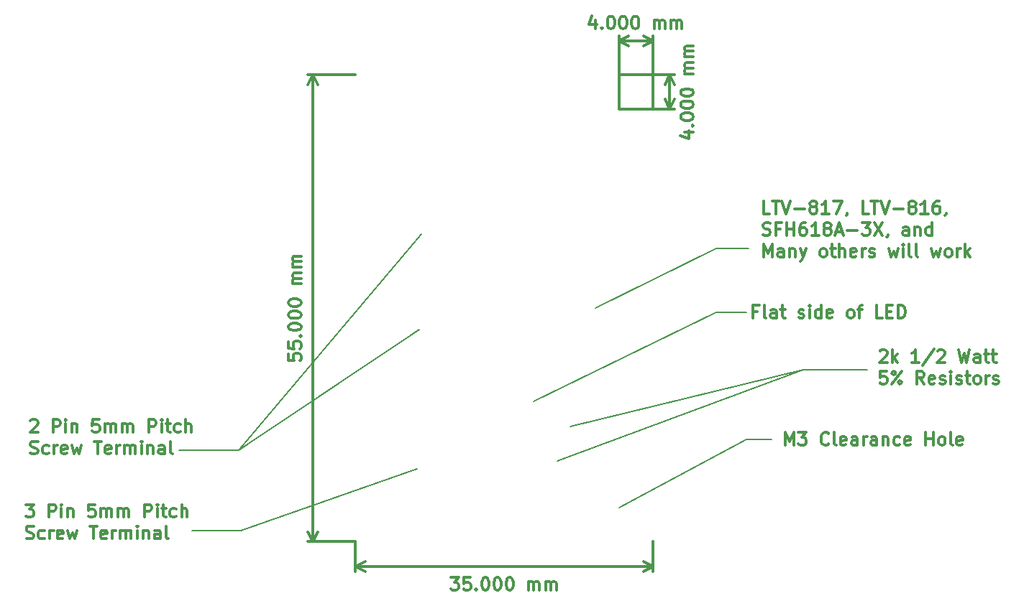
<source format=gbr>
G04 #@! TF.GenerationSoftware,KiCad,Pcbnew,(5.0.1)-3*
G04 #@! TF.CreationDate,2019-02-16T21:55:47-05:00*
G04 #@! TF.ProjectId,Zprobe Adaptor,5A70726F62652041646170746F722E6B,rev?*
G04 #@! TF.SameCoordinates,Original*
G04 #@! TF.FileFunction,Drawing*
%FSLAX46Y46*%
G04 Gerber Fmt 4.6, Leading zero omitted, Abs format (unit mm)*
G04 Created by KiCad (PCBNEW (5.0.1)-3) date 2/16/2019 9:55:47 PM*
%MOMM*%
%LPD*%
G01*
G04 APERTURE LIST*
%ADD10C,0.300000*%
%ADD11C,0.200000*%
G04 APERTURE END LIST*
D10*
X50159285Y-105653571D02*
X51087857Y-105653571D01*
X50587857Y-106225000D01*
X50802142Y-106225000D01*
X50945000Y-106296428D01*
X51016428Y-106367857D01*
X51087857Y-106510714D01*
X51087857Y-106867857D01*
X51016428Y-107010714D01*
X50945000Y-107082142D01*
X50802142Y-107153571D01*
X50373571Y-107153571D01*
X50230714Y-107082142D01*
X50159285Y-107010714D01*
X52873571Y-107153571D02*
X52873571Y-105653571D01*
X53445000Y-105653571D01*
X53587857Y-105725000D01*
X53659285Y-105796428D01*
X53730714Y-105939285D01*
X53730714Y-106153571D01*
X53659285Y-106296428D01*
X53587857Y-106367857D01*
X53445000Y-106439285D01*
X52873571Y-106439285D01*
X54373571Y-107153571D02*
X54373571Y-106153571D01*
X54373571Y-105653571D02*
X54302142Y-105725000D01*
X54373571Y-105796428D01*
X54445000Y-105725000D01*
X54373571Y-105653571D01*
X54373571Y-105796428D01*
X55087857Y-106153571D02*
X55087857Y-107153571D01*
X55087857Y-106296428D02*
X55159285Y-106225000D01*
X55302142Y-106153571D01*
X55516428Y-106153571D01*
X55659285Y-106225000D01*
X55730714Y-106367857D01*
X55730714Y-107153571D01*
X58302142Y-105653571D02*
X57587857Y-105653571D01*
X57516428Y-106367857D01*
X57587857Y-106296428D01*
X57730714Y-106225000D01*
X58087857Y-106225000D01*
X58230714Y-106296428D01*
X58302142Y-106367857D01*
X58373571Y-106510714D01*
X58373571Y-106867857D01*
X58302142Y-107010714D01*
X58230714Y-107082142D01*
X58087857Y-107153571D01*
X57730714Y-107153571D01*
X57587857Y-107082142D01*
X57516428Y-107010714D01*
X59016428Y-107153571D02*
X59016428Y-106153571D01*
X59016428Y-106296428D02*
X59087857Y-106225000D01*
X59230714Y-106153571D01*
X59445000Y-106153571D01*
X59587857Y-106225000D01*
X59659285Y-106367857D01*
X59659285Y-107153571D01*
X59659285Y-106367857D02*
X59730714Y-106225000D01*
X59873571Y-106153571D01*
X60087857Y-106153571D01*
X60230714Y-106225000D01*
X60302142Y-106367857D01*
X60302142Y-107153571D01*
X61016428Y-107153571D02*
X61016428Y-106153571D01*
X61016428Y-106296428D02*
X61087857Y-106225000D01*
X61230714Y-106153571D01*
X61445000Y-106153571D01*
X61587857Y-106225000D01*
X61659285Y-106367857D01*
X61659285Y-107153571D01*
X61659285Y-106367857D02*
X61730714Y-106225000D01*
X61873571Y-106153571D01*
X62087857Y-106153571D01*
X62230714Y-106225000D01*
X62302142Y-106367857D01*
X62302142Y-107153571D01*
X64159285Y-107153571D02*
X64159285Y-105653571D01*
X64730714Y-105653571D01*
X64873571Y-105725000D01*
X64945000Y-105796428D01*
X65016428Y-105939285D01*
X65016428Y-106153571D01*
X64945000Y-106296428D01*
X64873571Y-106367857D01*
X64730714Y-106439285D01*
X64159285Y-106439285D01*
X65659285Y-107153571D02*
X65659285Y-106153571D01*
X65659285Y-105653571D02*
X65587857Y-105725000D01*
X65659285Y-105796428D01*
X65730714Y-105725000D01*
X65659285Y-105653571D01*
X65659285Y-105796428D01*
X66159285Y-106153571D02*
X66730714Y-106153571D01*
X66373571Y-105653571D02*
X66373571Y-106939285D01*
X66445000Y-107082142D01*
X66587857Y-107153571D01*
X66730714Y-107153571D01*
X67873571Y-107082142D02*
X67730714Y-107153571D01*
X67445000Y-107153571D01*
X67302142Y-107082142D01*
X67230714Y-107010714D01*
X67159285Y-106867857D01*
X67159285Y-106439285D01*
X67230714Y-106296428D01*
X67302142Y-106225000D01*
X67445000Y-106153571D01*
X67730714Y-106153571D01*
X67873571Y-106225000D01*
X68516428Y-107153571D02*
X68516428Y-105653571D01*
X69159285Y-107153571D02*
X69159285Y-106367857D01*
X69087857Y-106225000D01*
X68945000Y-106153571D01*
X68730714Y-106153571D01*
X68587857Y-106225000D01*
X68516428Y-106296428D01*
X50230714Y-109632142D02*
X50445000Y-109703571D01*
X50802142Y-109703571D01*
X50945000Y-109632142D01*
X51016428Y-109560714D01*
X51087857Y-109417857D01*
X51087857Y-109275000D01*
X51016428Y-109132142D01*
X50945000Y-109060714D01*
X50802142Y-108989285D01*
X50516428Y-108917857D01*
X50373571Y-108846428D01*
X50302142Y-108775000D01*
X50230714Y-108632142D01*
X50230714Y-108489285D01*
X50302142Y-108346428D01*
X50373571Y-108275000D01*
X50516428Y-108203571D01*
X50873571Y-108203571D01*
X51087857Y-108275000D01*
X52373571Y-109632142D02*
X52230714Y-109703571D01*
X51945000Y-109703571D01*
X51802142Y-109632142D01*
X51730714Y-109560714D01*
X51659285Y-109417857D01*
X51659285Y-108989285D01*
X51730714Y-108846428D01*
X51802142Y-108775000D01*
X51945000Y-108703571D01*
X52230714Y-108703571D01*
X52373571Y-108775000D01*
X53016428Y-109703571D02*
X53016428Y-108703571D01*
X53016428Y-108989285D02*
X53087857Y-108846428D01*
X53159285Y-108775000D01*
X53302142Y-108703571D01*
X53445000Y-108703571D01*
X54516428Y-109632142D02*
X54373571Y-109703571D01*
X54087857Y-109703571D01*
X53945000Y-109632142D01*
X53873571Y-109489285D01*
X53873571Y-108917857D01*
X53945000Y-108775000D01*
X54087857Y-108703571D01*
X54373571Y-108703571D01*
X54516428Y-108775000D01*
X54587857Y-108917857D01*
X54587857Y-109060714D01*
X53873571Y-109203571D01*
X55087857Y-108703571D02*
X55373571Y-109703571D01*
X55659285Y-108989285D01*
X55945000Y-109703571D01*
X56230714Y-108703571D01*
X57730714Y-108203571D02*
X58587857Y-108203571D01*
X58159285Y-109703571D02*
X58159285Y-108203571D01*
X59659285Y-109632142D02*
X59516428Y-109703571D01*
X59230714Y-109703571D01*
X59087857Y-109632142D01*
X59016428Y-109489285D01*
X59016428Y-108917857D01*
X59087857Y-108775000D01*
X59230714Y-108703571D01*
X59516428Y-108703571D01*
X59659285Y-108775000D01*
X59730714Y-108917857D01*
X59730714Y-109060714D01*
X59016428Y-109203571D01*
X60373571Y-109703571D02*
X60373571Y-108703571D01*
X60373571Y-108989285D02*
X60445000Y-108846428D01*
X60516428Y-108775000D01*
X60659285Y-108703571D01*
X60802142Y-108703571D01*
X61302142Y-109703571D02*
X61302142Y-108703571D01*
X61302142Y-108846428D02*
X61373571Y-108775000D01*
X61516428Y-108703571D01*
X61730714Y-108703571D01*
X61873571Y-108775000D01*
X61945000Y-108917857D01*
X61945000Y-109703571D01*
X61945000Y-108917857D02*
X62016428Y-108775000D01*
X62159285Y-108703571D01*
X62373571Y-108703571D01*
X62516428Y-108775000D01*
X62587857Y-108917857D01*
X62587857Y-109703571D01*
X63302142Y-109703571D02*
X63302142Y-108703571D01*
X63302142Y-108203571D02*
X63230714Y-108275000D01*
X63302142Y-108346428D01*
X63373571Y-108275000D01*
X63302142Y-108203571D01*
X63302142Y-108346428D01*
X64016428Y-108703571D02*
X64016428Y-109703571D01*
X64016428Y-108846428D02*
X64087857Y-108775000D01*
X64230714Y-108703571D01*
X64445000Y-108703571D01*
X64587857Y-108775000D01*
X64659285Y-108917857D01*
X64659285Y-109703571D01*
X66016428Y-109703571D02*
X66016428Y-108917857D01*
X65945000Y-108775000D01*
X65802142Y-108703571D01*
X65516428Y-108703571D01*
X65373571Y-108775000D01*
X66016428Y-109632142D02*
X65873571Y-109703571D01*
X65516428Y-109703571D01*
X65373571Y-109632142D01*
X65302142Y-109489285D01*
X65302142Y-109346428D01*
X65373571Y-109203571D01*
X65516428Y-109132142D01*
X65873571Y-109132142D01*
X66016428Y-109060714D01*
X66945000Y-109703571D02*
X66802142Y-109632142D01*
X66730714Y-109489285D01*
X66730714Y-108203571D01*
X50730714Y-95796428D02*
X50802142Y-95725000D01*
X50945000Y-95653571D01*
X51302142Y-95653571D01*
X51445000Y-95725000D01*
X51516428Y-95796428D01*
X51587857Y-95939285D01*
X51587857Y-96082142D01*
X51516428Y-96296428D01*
X50659285Y-97153571D01*
X51587857Y-97153571D01*
X53373571Y-97153571D02*
X53373571Y-95653571D01*
X53945000Y-95653571D01*
X54087857Y-95725000D01*
X54159285Y-95796428D01*
X54230714Y-95939285D01*
X54230714Y-96153571D01*
X54159285Y-96296428D01*
X54087857Y-96367857D01*
X53945000Y-96439285D01*
X53373571Y-96439285D01*
X54873571Y-97153571D02*
X54873571Y-96153571D01*
X54873571Y-95653571D02*
X54802142Y-95725000D01*
X54873571Y-95796428D01*
X54945000Y-95725000D01*
X54873571Y-95653571D01*
X54873571Y-95796428D01*
X55587857Y-96153571D02*
X55587857Y-97153571D01*
X55587857Y-96296428D02*
X55659285Y-96225000D01*
X55802142Y-96153571D01*
X56016428Y-96153571D01*
X56159285Y-96225000D01*
X56230714Y-96367857D01*
X56230714Y-97153571D01*
X58802142Y-95653571D02*
X58087857Y-95653571D01*
X58016428Y-96367857D01*
X58087857Y-96296428D01*
X58230714Y-96225000D01*
X58587857Y-96225000D01*
X58730714Y-96296428D01*
X58802142Y-96367857D01*
X58873571Y-96510714D01*
X58873571Y-96867857D01*
X58802142Y-97010714D01*
X58730714Y-97082142D01*
X58587857Y-97153571D01*
X58230714Y-97153571D01*
X58087857Y-97082142D01*
X58016428Y-97010714D01*
X59516428Y-97153571D02*
X59516428Y-96153571D01*
X59516428Y-96296428D02*
X59587857Y-96225000D01*
X59730714Y-96153571D01*
X59945000Y-96153571D01*
X60087857Y-96225000D01*
X60159285Y-96367857D01*
X60159285Y-97153571D01*
X60159285Y-96367857D02*
X60230714Y-96225000D01*
X60373571Y-96153571D01*
X60587857Y-96153571D01*
X60730714Y-96225000D01*
X60802142Y-96367857D01*
X60802142Y-97153571D01*
X61516428Y-97153571D02*
X61516428Y-96153571D01*
X61516428Y-96296428D02*
X61587857Y-96225000D01*
X61730714Y-96153571D01*
X61945000Y-96153571D01*
X62087857Y-96225000D01*
X62159285Y-96367857D01*
X62159285Y-97153571D01*
X62159285Y-96367857D02*
X62230714Y-96225000D01*
X62373571Y-96153571D01*
X62587857Y-96153571D01*
X62730714Y-96225000D01*
X62802142Y-96367857D01*
X62802142Y-97153571D01*
X64659285Y-97153571D02*
X64659285Y-95653571D01*
X65230714Y-95653571D01*
X65373571Y-95725000D01*
X65445000Y-95796428D01*
X65516428Y-95939285D01*
X65516428Y-96153571D01*
X65445000Y-96296428D01*
X65373571Y-96367857D01*
X65230714Y-96439285D01*
X64659285Y-96439285D01*
X66159285Y-97153571D02*
X66159285Y-96153571D01*
X66159285Y-95653571D02*
X66087857Y-95725000D01*
X66159285Y-95796428D01*
X66230714Y-95725000D01*
X66159285Y-95653571D01*
X66159285Y-95796428D01*
X66659285Y-96153571D02*
X67230714Y-96153571D01*
X66873571Y-95653571D02*
X66873571Y-96939285D01*
X66945000Y-97082142D01*
X67087857Y-97153571D01*
X67230714Y-97153571D01*
X68373571Y-97082142D02*
X68230714Y-97153571D01*
X67945000Y-97153571D01*
X67802142Y-97082142D01*
X67730714Y-97010714D01*
X67659285Y-96867857D01*
X67659285Y-96439285D01*
X67730714Y-96296428D01*
X67802142Y-96225000D01*
X67945000Y-96153571D01*
X68230714Y-96153571D01*
X68373571Y-96225000D01*
X69016428Y-97153571D02*
X69016428Y-95653571D01*
X69659285Y-97153571D02*
X69659285Y-96367857D01*
X69587857Y-96225000D01*
X69445000Y-96153571D01*
X69230714Y-96153571D01*
X69087857Y-96225000D01*
X69016428Y-96296428D01*
X50730714Y-99632142D02*
X50945000Y-99703571D01*
X51302142Y-99703571D01*
X51445000Y-99632142D01*
X51516428Y-99560714D01*
X51587857Y-99417857D01*
X51587857Y-99275000D01*
X51516428Y-99132142D01*
X51445000Y-99060714D01*
X51302142Y-98989285D01*
X51016428Y-98917857D01*
X50873571Y-98846428D01*
X50802142Y-98775000D01*
X50730714Y-98632142D01*
X50730714Y-98489285D01*
X50802142Y-98346428D01*
X50873571Y-98275000D01*
X51016428Y-98203571D01*
X51373571Y-98203571D01*
X51587857Y-98275000D01*
X52873571Y-99632142D02*
X52730714Y-99703571D01*
X52445000Y-99703571D01*
X52302142Y-99632142D01*
X52230714Y-99560714D01*
X52159285Y-99417857D01*
X52159285Y-98989285D01*
X52230714Y-98846428D01*
X52302142Y-98775000D01*
X52445000Y-98703571D01*
X52730714Y-98703571D01*
X52873571Y-98775000D01*
X53516428Y-99703571D02*
X53516428Y-98703571D01*
X53516428Y-98989285D02*
X53587857Y-98846428D01*
X53659285Y-98775000D01*
X53802142Y-98703571D01*
X53945000Y-98703571D01*
X55016428Y-99632142D02*
X54873571Y-99703571D01*
X54587857Y-99703571D01*
X54445000Y-99632142D01*
X54373571Y-99489285D01*
X54373571Y-98917857D01*
X54445000Y-98775000D01*
X54587857Y-98703571D01*
X54873571Y-98703571D01*
X55016428Y-98775000D01*
X55087857Y-98917857D01*
X55087857Y-99060714D01*
X54373571Y-99203571D01*
X55587857Y-98703571D02*
X55873571Y-99703571D01*
X56159285Y-98989285D01*
X56445000Y-99703571D01*
X56730714Y-98703571D01*
X58230714Y-98203571D02*
X59087857Y-98203571D01*
X58659285Y-99703571D02*
X58659285Y-98203571D01*
X60159285Y-99632142D02*
X60016428Y-99703571D01*
X59730714Y-99703571D01*
X59587857Y-99632142D01*
X59516428Y-99489285D01*
X59516428Y-98917857D01*
X59587857Y-98775000D01*
X59730714Y-98703571D01*
X60016428Y-98703571D01*
X60159285Y-98775000D01*
X60230714Y-98917857D01*
X60230714Y-99060714D01*
X59516428Y-99203571D01*
X60873571Y-99703571D02*
X60873571Y-98703571D01*
X60873571Y-98989285D02*
X60945000Y-98846428D01*
X61016428Y-98775000D01*
X61159285Y-98703571D01*
X61302142Y-98703571D01*
X61802142Y-99703571D02*
X61802142Y-98703571D01*
X61802142Y-98846428D02*
X61873571Y-98775000D01*
X62016428Y-98703571D01*
X62230714Y-98703571D01*
X62373571Y-98775000D01*
X62445000Y-98917857D01*
X62445000Y-99703571D01*
X62445000Y-98917857D02*
X62516428Y-98775000D01*
X62659285Y-98703571D01*
X62873571Y-98703571D01*
X63016428Y-98775000D01*
X63087857Y-98917857D01*
X63087857Y-99703571D01*
X63802142Y-99703571D02*
X63802142Y-98703571D01*
X63802142Y-98203571D02*
X63730714Y-98275000D01*
X63802142Y-98346428D01*
X63873571Y-98275000D01*
X63802142Y-98203571D01*
X63802142Y-98346428D01*
X64516428Y-98703571D02*
X64516428Y-99703571D01*
X64516428Y-98846428D02*
X64587857Y-98775000D01*
X64730714Y-98703571D01*
X64945000Y-98703571D01*
X65087857Y-98775000D01*
X65159285Y-98917857D01*
X65159285Y-99703571D01*
X66516428Y-99703571D02*
X66516428Y-98917857D01*
X66445000Y-98775000D01*
X66302142Y-98703571D01*
X66016428Y-98703571D01*
X65873571Y-98775000D01*
X66516428Y-99632142D02*
X66373571Y-99703571D01*
X66016428Y-99703571D01*
X65873571Y-99632142D01*
X65802142Y-99489285D01*
X65802142Y-99346428D01*
X65873571Y-99203571D01*
X66016428Y-99132142D01*
X66373571Y-99132142D01*
X66516428Y-99060714D01*
X67445000Y-99703571D02*
X67302142Y-99632142D01*
X67230714Y-99489285D01*
X67230714Y-98203571D01*
D11*
X75500000Y-108750000D02*
X69750000Y-108750000D01*
X96250000Y-101500000D02*
X75500000Y-108750000D01*
X96500000Y-85000000D02*
X75250000Y-99250000D01*
X75250000Y-99250000D02*
X68250000Y-99250000D01*
X96750000Y-73750000D02*
X75250000Y-99250000D01*
D10*
X137766428Y-71378571D02*
X137052142Y-71378571D01*
X137052142Y-69878571D01*
X138052142Y-69878571D02*
X138909285Y-69878571D01*
X138480714Y-71378571D02*
X138480714Y-69878571D01*
X139195000Y-69878571D02*
X139695000Y-71378571D01*
X140195000Y-69878571D01*
X140695000Y-70807142D02*
X141837857Y-70807142D01*
X142766428Y-70521428D02*
X142623571Y-70450000D01*
X142552142Y-70378571D01*
X142480714Y-70235714D01*
X142480714Y-70164285D01*
X142552142Y-70021428D01*
X142623571Y-69950000D01*
X142766428Y-69878571D01*
X143052142Y-69878571D01*
X143195000Y-69950000D01*
X143266428Y-70021428D01*
X143337857Y-70164285D01*
X143337857Y-70235714D01*
X143266428Y-70378571D01*
X143195000Y-70450000D01*
X143052142Y-70521428D01*
X142766428Y-70521428D01*
X142623571Y-70592857D01*
X142552142Y-70664285D01*
X142480714Y-70807142D01*
X142480714Y-71092857D01*
X142552142Y-71235714D01*
X142623571Y-71307142D01*
X142766428Y-71378571D01*
X143052142Y-71378571D01*
X143195000Y-71307142D01*
X143266428Y-71235714D01*
X143337857Y-71092857D01*
X143337857Y-70807142D01*
X143266428Y-70664285D01*
X143195000Y-70592857D01*
X143052142Y-70521428D01*
X144766428Y-71378571D02*
X143909285Y-71378571D01*
X144337857Y-71378571D02*
X144337857Y-69878571D01*
X144195000Y-70092857D01*
X144052142Y-70235714D01*
X143909285Y-70307142D01*
X145266428Y-69878571D02*
X146266428Y-69878571D01*
X145623571Y-71378571D01*
X146909285Y-71307142D02*
X146909285Y-71378571D01*
X146837857Y-71521428D01*
X146766428Y-71592857D01*
X149409285Y-71378571D02*
X148695000Y-71378571D01*
X148695000Y-69878571D01*
X149695000Y-69878571D02*
X150552142Y-69878571D01*
X150123571Y-71378571D02*
X150123571Y-69878571D01*
X150837857Y-69878571D02*
X151337857Y-71378571D01*
X151837857Y-69878571D01*
X152337857Y-70807142D02*
X153480714Y-70807142D01*
X154409285Y-70521428D02*
X154266428Y-70450000D01*
X154195000Y-70378571D01*
X154123571Y-70235714D01*
X154123571Y-70164285D01*
X154195000Y-70021428D01*
X154266428Y-69950000D01*
X154409285Y-69878571D01*
X154695000Y-69878571D01*
X154837857Y-69950000D01*
X154909285Y-70021428D01*
X154980714Y-70164285D01*
X154980714Y-70235714D01*
X154909285Y-70378571D01*
X154837857Y-70450000D01*
X154695000Y-70521428D01*
X154409285Y-70521428D01*
X154266428Y-70592857D01*
X154195000Y-70664285D01*
X154123571Y-70807142D01*
X154123571Y-71092857D01*
X154195000Y-71235714D01*
X154266428Y-71307142D01*
X154409285Y-71378571D01*
X154695000Y-71378571D01*
X154837857Y-71307142D01*
X154909285Y-71235714D01*
X154980714Y-71092857D01*
X154980714Y-70807142D01*
X154909285Y-70664285D01*
X154837857Y-70592857D01*
X154695000Y-70521428D01*
X156409285Y-71378571D02*
X155552142Y-71378571D01*
X155980714Y-71378571D02*
X155980714Y-69878571D01*
X155837857Y-70092857D01*
X155695000Y-70235714D01*
X155552142Y-70307142D01*
X157695000Y-69878571D02*
X157409285Y-69878571D01*
X157266428Y-69950000D01*
X157195000Y-70021428D01*
X157052142Y-70235714D01*
X156980714Y-70521428D01*
X156980714Y-71092857D01*
X157052142Y-71235714D01*
X157123571Y-71307142D01*
X157266428Y-71378571D01*
X157552142Y-71378571D01*
X157695000Y-71307142D01*
X157766428Y-71235714D01*
X157837857Y-71092857D01*
X157837857Y-70735714D01*
X157766428Y-70592857D01*
X157695000Y-70521428D01*
X157552142Y-70450000D01*
X157266428Y-70450000D01*
X157123571Y-70521428D01*
X157052142Y-70592857D01*
X156980714Y-70735714D01*
X158552142Y-71307142D02*
X158552142Y-71378571D01*
X158480714Y-71521428D01*
X158409285Y-71592857D01*
X136980714Y-73857142D02*
X137195000Y-73928571D01*
X137552142Y-73928571D01*
X137695000Y-73857142D01*
X137766428Y-73785714D01*
X137837857Y-73642857D01*
X137837857Y-73500000D01*
X137766428Y-73357142D01*
X137695000Y-73285714D01*
X137552142Y-73214285D01*
X137266428Y-73142857D01*
X137123571Y-73071428D01*
X137052142Y-73000000D01*
X136980714Y-72857142D01*
X136980714Y-72714285D01*
X137052142Y-72571428D01*
X137123571Y-72500000D01*
X137266428Y-72428571D01*
X137623571Y-72428571D01*
X137837857Y-72500000D01*
X138980714Y-73142857D02*
X138480714Y-73142857D01*
X138480714Y-73928571D02*
X138480714Y-72428571D01*
X139195000Y-72428571D01*
X139766428Y-73928571D02*
X139766428Y-72428571D01*
X139766428Y-73142857D02*
X140623571Y-73142857D01*
X140623571Y-73928571D02*
X140623571Y-72428571D01*
X141980714Y-72428571D02*
X141695000Y-72428571D01*
X141552142Y-72500000D01*
X141480714Y-72571428D01*
X141337857Y-72785714D01*
X141266428Y-73071428D01*
X141266428Y-73642857D01*
X141337857Y-73785714D01*
X141409285Y-73857142D01*
X141552142Y-73928571D01*
X141837857Y-73928571D01*
X141980714Y-73857142D01*
X142052142Y-73785714D01*
X142123571Y-73642857D01*
X142123571Y-73285714D01*
X142052142Y-73142857D01*
X141980714Y-73071428D01*
X141837857Y-73000000D01*
X141552142Y-73000000D01*
X141409285Y-73071428D01*
X141337857Y-73142857D01*
X141266428Y-73285714D01*
X143552142Y-73928571D02*
X142695000Y-73928571D01*
X143123571Y-73928571D02*
X143123571Y-72428571D01*
X142980714Y-72642857D01*
X142837857Y-72785714D01*
X142695000Y-72857142D01*
X144409285Y-73071428D02*
X144266428Y-73000000D01*
X144195000Y-72928571D01*
X144123571Y-72785714D01*
X144123571Y-72714285D01*
X144195000Y-72571428D01*
X144266428Y-72500000D01*
X144409285Y-72428571D01*
X144695000Y-72428571D01*
X144837857Y-72500000D01*
X144909285Y-72571428D01*
X144980714Y-72714285D01*
X144980714Y-72785714D01*
X144909285Y-72928571D01*
X144837857Y-73000000D01*
X144695000Y-73071428D01*
X144409285Y-73071428D01*
X144266428Y-73142857D01*
X144195000Y-73214285D01*
X144123571Y-73357142D01*
X144123571Y-73642857D01*
X144195000Y-73785714D01*
X144266428Y-73857142D01*
X144409285Y-73928571D01*
X144695000Y-73928571D01*
X144837857Y-73857142D01*
X144909285Y-73785714D01*
X144980714Y-73642857D01*
X144980714Y-73357142D01*
X144909285Y-73214285D01*
X144837857Y-73142857D01*
X144695000Y-73071428D01*
X145552142Y-73500000D02*
X146266428Y-73500000D01*
X145409285Y-73928571D02*
X145909285Y-72428571D01*
X146409285Y-73928571D01*
X146909285Y-73357142D02*
X148052142Y-73357142D01*
X148623571Y-72428571D02*
X149552142Y-72428571D01*
X149052142Y-73000000D01*
X149266428Y-73000000D01*
X149409285Y-73071428D01*
X149480714Y-73142857D01*
X149552142Y-73285714D01*
X149552142Y-73642857D01*
X149480714Y-73785714D01*
X149409285Y-73857142D01*
X149266428Y-73928571D01*
X148837857Y-73928571D01*
X148695000Y-73857142D01*
X148623571Y-73785714D01*
X150052142Y-72428571D02*
X151052142Y-73928571D01*
X151052142Y-72428571D02*
X150052142Y-73928571D01*
X151695000Y-73857142D02*
X151695000Y-73928571D01*
X151623571Y-74071428D01*
X151552142Y-74142857D01*
X154123571Y-73928571D02*
X154123571Y-73142857D01*
X154052142Y-73000000D01*
X153909285Y-72928571D01*
X153623571Y-72928571D01*
X153480714Y-73000000D01*
X154123571Y-73857142D02*
X153980714Y-73928571D01*
X153623571Y-73928571D01*
X153480714Y-73857142D01*
X153409285Y-73714285D01*
X153409285Y-73571428D01*
X153480714Y-73428571D01*
X153623571Y-73357142D01*
X153980714Y-73357142D01*
X154123571Y-73285714D01*
X154837857Y-72928571D02*
X154837857Y-73928571D01*
X154837857Y-73071428D02*
X154909285Y-73000000D01*
X155052142Y-72928571D01*
X155266428Y-72928571D01*
X155409285Y-73000000D01*
X155480714Y-73142857D01*
X155480714Y-73928571D01*
X156837857Y-73928571D02*
X156837857Y-72428571D01*
X156837857Y-73857142D02*
X156695000Y-73928571D01*
X156409285Y-73928571D01*
X156266428Y-73857142D01*
X156195000Y-73785714D01*
X156123571Y-73642857D01*
X156123571Y-73214285D01*
X156195000Y-73071428D01*
X156266428Y-73000000D01*
X156409285Y-72928571D01*
X156695000Y-72928571D01*
X156837857Y-73000000D01*
X137052142Y-76478571D02*
X137052142Y-74978571D01*
X137552142Y-76050000D01*
X138052142Y-74978571D01*
X138052142Y-76478571D01*
X139409285Y-76478571D02*
X139409285Y-75692857D01*
X139337857Y-75550000D01*
X139195000Y-75478571D01*
X138909285Y-75478571D01*
X138766428Y-75550000D01*
X139409285Y-76407142D02*
X139266428Y-76478571D01*
X138909285Y-76478571D01*
X138766428Y-76407142D01*
X138695000Y-76264285D01*
X138695000Y-76121428D01*
X138766428Y-75978571D01*
X138909285Y-75907142D01*
X139266428Y-75907142D01*
X139409285Y-75835714D01*
X140123571Y-75478571D02*
X140123571Y-76478571D01*
X140123571Y-75621428D02*
X140195000Y-75550000D01*
X140337857Y-75478571D01*
X140552142Y-75478571D01*
X140695000Y-75550000D01*
X140766428Y-75692857D01*
X140766428Y-76478571D01*
X141337857Y-75478571D02*
X141695000Y-76478571D01*
X142052142Y-75478571D02*
X141695000Y-76478571D01*
X141552142Y-76835714D01*
X141480714Y-76907142D01*
X141337857Y-76978571D01*
X143980714Y-76478571D02*
X143837857Y-76407142D01*
X143766428Y-76335714D01*
X143695000Y-76192857D01*
X143695000Y-75764285D01*
X143766428Y-75621428D01*
X143837857Y-75550000D01*
X143980714Y-75478571D01*
X144195000Y-75478571D01*
X144337857Y-75550000D01*
X144409285Y-75621428D01*
X144480714Y-75764285D01*
X144480714Y-76192857D01*
X144409285Y-76335714D01*
X144337857Y-76407142D01*
X144195000Y-76478571D01*
X143980714Y-76478571D01*
X144909285Y-75478571D02*
X145480714Y-75478571D01*
X145123571Y-74978571D02*
X145123571Y-76264285D01*
X145195000Y-76407142D01*
X145337857Y-76478571D01*
X145480714Y-76478571D01*
X145980714Y-76478571D02*
X145980714Y-74978571D01*
X146623571Y-76478571D02*
X146623571Y-75692857D01*
X146552142Y-75550000D01*
X146409285Y-75478571D01*
X146195000Y-75478571D01*
X146052142Y-75550000D01*
X145980714Y-75621428D01*
X147909285Y-76407142D02*
X147766428Y-76478571D01*
X147480714Y-76478571D01*
X147337857Y-76407142D01*
X147266428Y-76264285D01*
X147266428Y-75692857D01*
X147337857Y-75550000D01*
X147480714Y-75478571D01*
X147766428Y-75478571D01*
X147909285Y-75550000D01*
X147980714Y-75692857D01*
X147980714Y-75835714D01*
X147266428Y-75978571D01*
X148623571Y-76478571D02*
X148623571Y-75478571D01*
X148623571Y-75764285D02*
X148695000Y-75621428D01*
X148766428Y-75550000D01*
X148909285Y-75478571D01*
X149052142Y-75478571D01*
X149480714Y-76407142D02*
X149623571Y-76478571D01*
X149909285Y-76478571D01*
X150052142Y-76407142D01*
X150123571Y-76264285D01*
X150123571Y-76192857D01*
X150052142Y-76050000D01*
X149909285Y-75978571D01*
X149695000Y-75978571D01*
X149552142Y-75907142D01*
X149480714Y-75764285D01*
X149480714Y-75692857D01*
X149552142Y-75550000D01*
X149695000Y-75478571D01*
X149909285Y-75478571D01*
X150052142Y-75550000D01*
X151766428Y-75478571D02*
X152052142Y-76478571D01*
X152337857Y-75764285D01*
X152623571Y-76478571D01*
X152909285Y-75478571D01*
X153480714Y-76478571D02*
X153480714Y-75478571D01*
X153480714Y-74978571D02*
X153409285Y-75050000D01*
X153480714Y-75121428D01*
X153552142Y-75050000D01*
X153480714Y-74978571D01*
X153480714Y-75121428D01*
X154409285Y-76478571D02*
X154266428Y-76407142D01*
X154195000Y-76264285D01*
X154195000Y-74978571D01*
X155195000Y-76478571D02*
X155052142Y-76407142D01*
X154980714Y-76264285D01*
X154980714Y-74978571D01*
X156766428Y-75478571D02*
X157052142Y-76478571D01*
X157337857Y-75764285D01*
X157623571Y-76478571D01*
X157909285Y-75478571D01*
X158695000Y-76478571D02*
X158552142Y-76407142D01*
X158480714Y-76335714D01*
X158409285Y-76192857D01*
X158409285Y-75764285D01*
X158480714Y-75621428D01*
X158552142Y-75550000D01*
X158695000Y-75478571D01*
X158909285Y-75478571D01*
X159052142Y-75550000D01*
X159123571Y-75621428D01*
X159195000Y-75764285D01*
X159195000Y-76192857D01*
X159123571Y-76335714D01*
X159052142Y-76407142D01*
X158909285Y-76478571D01*
X158695000Y-76478571D01*
X159837857Y-76478571D02*
X159837857Y-75478571D01*
X159837857Y-75764285D02*
X159909285Y-75621428D01*
X159980714Y-75550000D01*
X160123571Y-75478571D01*
X160266428Y-75478571D01*
X160766428Y-76478571D02*
X160766428Y-74978571D01*
X160909285Y-75907142D02*
X161337857Y-76478571D01*
X161337857Y-75478571D02*
X160766428Y-76050000D01*
D11*
X131500000Y-75500000D02*
X135250000Y-75500000D01*
X117250000Y-82500000D02*
X131500000Y-75500000D01*
D10*
X150730714Y-87546428D02*
X150802142Y-87475000D01*
X150945000Y-87403571D01*
X151302142Y-87403571D01*
X151445000Y-87475000D01*
X151516428Y-87546428D01*
X151587857Y-87689285D01*
X151587857Y-87832142D01*
X151516428Y-88046428D01*
X150659285Y-88903571D01*
X151587857Y-88903571D01*
X152230714Y-88903571D02*
X152230714Y-87403571D01*
X152373571Y-88332142D02*
X152802142Y-88903571D01*
X152802142Y-87903571D02*
X152230714Y-88475000D01*
X155373571Y-88903571D02*
X154516428Y-88903571D01*
X154945000Y-88903571D02*
X154945000Y-87403571D01*
X154802142Y-87617857D01*
X154659285Y-87760714D01*
X154516428Y-87832142D01*
X157087857Y-87332142D02*
X155802142Y-89260714D01*
X157516428Y-87546428D02*
X157587857Y-87475000D01*
X157730714Y-87403571D01*
X158087857Y-87403571D01*
X158230714Y-87475000D01*
X158302142Y-87546428D01*
X158373571Y-87689285D01*
X158373571Y-87832142D01*
X158302142Y-88046428D01*
X157445000Y-88903571D01*
X158373571Y-88903571D01*
X160016428Y-87403571D02*
X160373571Y-88903571D01*
X160659285Y-87832142D01*
X160945000Y-88903571D01*
X161302142Y-87403571D01*
X162516428Y-88903571D02*
X162516428Y-88117857D01*
X162445000Y-87975000D01*
X162302142Y-87903571D01*
X162016428Y-87903571D01*
X161873571Y-87975000D01*
X162516428Y-88832142D02*
X162373571Y-88903571D01*
X162016428Y-88903571D01*
X161873571Y-88832142D01*
X161802142Y-88689285D01*
X161802142Y-88546428D01*
X161873571Y-88403571D01*
X162016428Y-88332142D01*
X162373571Y-88332142D01*
X162516428Y-88260714D01*
X163016428Y-87903571D02*
X163587857Y-87903571D01*
X163230714Y-87403571D02*
X163230714Y-88689285D01*
X163302142Y-88832142D01*
X163445000Y-88903571D01*
X163587857Y-88903571D01*
X163873571Y-87903571D02*
X164445000Y-87903571D01*
X164087857Y-87403571D02*
X164087857Y-88689285D01*
X164159285Y-88832142D01*
X164302142Y-88903571D01*
X164445000Y-88903571D01*
X151516428Y-89953571D02*
X150802142Y-89953571D01*
X150730714Y-90667857D01*
X150802142Y-90596428D01*
X150945000Y-90525000D01*
X151302142Y-90525000D01*
X151445000Y-90596428D01*
X151516428Y-90667857D01*
X151587857Y-90810714D01*
X151587857Y-91167857D01*
X151516428Y-91310714D01*
X151445000Y-91382142D01*
X151302142Y-91453571D01*
X150945000Y-91453571D01*
X150802142Y-91382142D01*
X150730714Y-91310714D01*
X152159285Y-91453571D02*
X153302142Y-89953571D01*
X152373571Y-89953571D02*
X152516428Y-90025000D01*
X152587857Y-90167857D01*
X152516428Y-90310714D01*
X152373571Y-90382142D01*
X152230714Y-90310714D01*
X152159285Y-90167857D01*
X152230714Y-90025000D01*
X152373571Y-89953571D01*
X153230714Y-91382142D02*
X153302142Y-91239285D01*
X153230714Y-91096428D01*
X153087857Y-91025000D01*
X152945000Y-91096428D01*
X152873571Y-91239285D01*
X152945000Y-91382142D01*
X153087857Y-91453571D01*
X153230714Y-91382142D01*
X155945000Y-91453571D02*
X155445000Y-90739285D01*
X155087857Y-91453571D02*
X155087857Y-89953571D01*
X155659285Y-89953571D01*
X155802142Y-90025000D01*
X155873571Y-90096428D01*
X155945000Y-90239285D01*
X155945000Y-90453571D01*
X155873571Y-90596428D01*
X155802142Y-90667857D01*
X155659285Y-90739285D01*
X155087857Y-90739285D01*
X157159285Y-91382142D02*
X157016428Y-91453571D01*
X156730714Y-91453571D01*
X156587857Y-91382142D01*
X156516428Y-91239285D01*
X156516428Y-90667857D01*
X156587857Y-90525000D01*
X156730714Y-90453571D01*
X157016428Y-90453571D01*
X157159285Y-90525000D01*
X157230714Y-90667857D01*
X157230714Y-90810714D01*
X156516428Y-90953571D01*
X157802142Y-91382142D02*
X157945000Y-91453571D01*
X158230714Y-91453571D01*
X158373571Y-91382142D01*
X158445000Y-91239285D01*
X158445000Y-91167857D01*
X158373571Y-91025000D01*
X158230714Y-90953571D01*
X158016428Y-90953571D01*
X157873571Y-90882142D01*
X157802142Y-90739285D01*
X157802142Y-90667857D01*
X157873571Y-90525000D01*
X158016428Y-90453571D01*
X158230714Y-90453571D01*
X158373571Y-90525000D01*
X159087857Y-91453571D02*
X159087857Y-90453571D01*
X159087857Y-89953571D02*
X159016428Y-90025000D01*
X159087857Y-90096428D01*
X159159285Y-90025000D01*
X159087857Y-89953571D01*
X159087857Y-90096428D01*
X159730714Y-91382142D02*
X159873571Y-91453571D01*
X160159285Y-91453571D01*
X160302142Y-91382142D01*
X160373571Y-91239285D01*
X160373571Y-91167857D01*
X160302142Y-91025000D01*
X160159285Y-90953571D01*
X159945000Y-90953571D01*
X159802142Y-90882142D01*
X159730714Y-90739285D01*
X159730714Y-90667857D01*
X159802142Y-90525000D01*
X159945000Y-90453571D01*
X160159285Y-90453571D01*
X160302142Y-90525000D01*
X160802142Y-90453571D02*
X161373571Y-90453571D01*
X161016428Y-89953571D02*
X161016428Y-91239285D01*
X161087857Y-91382142D01*
X161230714Y-91453571D01*
X161373571Y-91453571D01*
X162087857Y-91453571D02*
X161945000Y-91382142D01*
X161873571Y-91310714D01*
X161802142Y-91167857D01*
X161802142Y-90739285D01*
X161873571Y-90596428D01*
X161945000Y-90525000D01*
X162087857Y-90453571D01*
X162302142Y-90453571D01*
X162445000Y-90525000D01*
X162516428Y-90596428D01*
X162587857Y-90739285D01*
X162587857Y-91167857D01*
X162516428Y-91310714D01*
X162445000Y-91382142D01*
X162302142Y-91453571D01*
X162087857Y-91453571D01*
X163230714Y-91453571D02*
X163230714Y-90453571D01*
X163230714Y-90739285D02*
X163302142Y-90596428D01*
X163373571Y-90525000D01*
X163516428Y-90453571D01*
X163659285Y-90453571D01*
X164087857Y-91382142D02*
X164230714Y-91453571D01*
X164516428Y-91453571D01*
X164659285Y-91382142D01*
X164730714Y-91239285D01*
X164730714Y-91167857D01*
X164659285Y-91025000D01*
X164516428Y-90953571D01*
X164302142Y-90953571D01*
X164159285Y-90882142D01*
X164087857Y-90739285D01*
X164087857Y-90667857D01*
X164159285Y-90525000D01*
X164302142Y-90453571D01*
X164516428Y-90453571D01*
X164659285Y-90525000D01*
D11*
X112750000Y-100500000D02*
X141750000Y-89750000D01*
X141750000Y-89750000D02*
X149250000Y-89750000D01*
X114250000Y-96500000D02*
X141750000Y-89750000D01*
D10*
X136321428Y-82892857D02*
X135821428Y-82892857D01*
X135821428Y-83678571D02*
X135821428Y-82178571D01*
X136535714Y-82178571D01*
X137321428Y-83678571D02*
X137178571Y-83607142D01*
X137107142Y-83464285D01*
X137107142Y-82178571D01*
X138535714Y-83678571D02*
X138535714Y-82892857D01*
X138464285Y-82750000D01*
X138321428Y-82678571D01*
X138035714Y-82678571D01*
X137892857Y-82750000D01*
X138535714Y-83607142D02*
X138392857Y-83678571D01*
X138035714Y-83678571D01*
X137892857Y-83607142D01*
X137821428Y-83464285D01*
X137821428Y-83321428D01*
X137892857Y-83178571D01*
X138035714Y-83107142D01*
X138392857Y-83107142D01*
X138535714Y-83035714D01*
X139035714Y-82678571D02*
X139607142Y-82678571D01*
X139250000Y-82178571D02*
X139250000Y-83464285D01*
X139321428Y-83607142D01*
X139464285Y-83678571D01*
X139607142Y-83678571D01*
X141178571Y-83607142D02*
X141321428Y-83678571D01*
X141607142Y-83678571D01*
X141750000Y-83607142D01*
X141821428Y-83464285D01*
X141821428Y-83392857D01*
X141750000Y-83250000D01*
X141607142Y-83178571D01*
X141392857Y-83178571D01*
X141250000Y-83107142D01*
X141178571Y-82964285D01*
X141178571Y-82892857D01*
X141250000Y-82750000D01*
X141392857Y-82678571D01*
X141607142Y-82678571D01*
X141750000Y-82750000D01*
X142464285Y-83678571D02*
X142464285Y-82678571D01*
X142464285Y-82178571D02*
X142392857Y-82250000D01*
X142464285Y-82321428D01*
X142535714Y-82250000D01*
X142464285Y-82178571D01*
X142464285Y-82321428D01*
X143821428Y-83678571D02*
X143821428Y-82178571D01*
X143821428Y-83607142D02*
X143678571Y-83678571D01*
X143392857Y-83678571D01*
X143250000Y-83607142D01*
X143178571Y-83535714D01*
X143107142Y-83392857D01*
X143107142Y-82964285D01*
X143178571Y-82821428D01*
X143250000Y-82750000D01*
X143392857Y-82678571D01*
X143678571Y-82678571D01*
X143821428Y-82750000D01*
X145107142Y-83607142D02*
X144964285Y-83678571D01*
X144678571Y-83678571D01*
X144535714Y-83607142D01*
X144464285Y-83464285D01*
X144464285Y-82892857D01*
X144535714Y-82750000D01*
X144678571Y-82678571D01*
X144964285Y-82678571D01*
X145107142Y-82750000D01*
X145178571Y-82892857D01*
X145178571Y-83035714D01*
X144464285Y-83178571D01*
X147178571Y-83678571D02*
X147035714Y-83607142D01*
X146964285Y-83535714D01*
X146892857Y-83392857D01*
X146892857Y-82964285D01*
X146964285Y-82821428D01*
X147035714Y-82750000D01*
X147178571Y-82678571D01*
X147392857Y-82678571D01*
X147535714Y-82750000D01*
X147607142Y-82821428D01*
X147678571Y-82964285D01*
X147678571Y-83392857D01*
X147607142Y-83535714D01*
X147535714Y-83607142D01*
X147392857Y-83678571D01*
X147178571Y-83678571D01*
X148107142Y-82678571D02*
X148678571Y-82678571D01*
X148321428Y-83678571D02*
X148321428Y-82392857D01*
X148392857Y-82250000D01*
X148535714Y-82178571D01*
X148678571Y-82178571D01*
X151035714Y-83678571D02*
X150321428Y-83678571D01*
X150321428Y-82178571D01*
X151535714Y-82892857D02*
X152035714Y-82892857D01*
X152250000Y-83678571D02*
X151535714Y-83678571D01*
X151535714Y-82178571D01*
X152250000Y-82178571D01*
X152892857Y-83678571D02*
X152892857Y-82178571D01*
X153249999Y-82178571D01*
X153464285Y-82250000D01*
X153607142Y-82392857D01*
X153678571Y-82535714D01*
X153749999Y-82821428D01*
X153749999Y-83035714D01*
X153678571Y-83321428D01*
X153607142Y-83464285D01*
X153464285Y-83607142D01*
X153249999Y-83678571D01*
X152892857Y-83678571D01*
D11*
X131500000Y-83000000D02*
X135000000Y-83000000D01*
X110000000Y-93500000D02*
X131500000Y-83000000D01*
D10*
X127778571Y-61785714D02*
X128778571Y-61785714D01*
X127207142Y-62142857D02*
X128278571Y-62500000D01*
X128278571Y-61571428D01*
X128635714Y-61000000D02*
X128707142Y-60928571D01*
X128778571Y-61000000D01*
X128707142Y-61071428D01*
X128635714Y-61000000D01*
X128778571Y-61000000D01*
X127278571Y-60000000D02*
X127278571Y-59857142D01*
X127350000Y-59714285D01*
X127421428Y-59642857D01*
X127564285Y-59571428D01*
X127850000Y-59500000D01*
X128207142Y-59500000D01*
X128492857Y-59571428D01*
X128635714Y-59642857D01*
X128707142Y-59714285D01*
X128778571Y-59857142D01*
X128778571Y-60000000D01*
X128707142Y-60142857D01*
X128635714Y-60214285D01*
X128492857Y-60285714D01*
X128207142Y-60357142D01*
X127850000Y-60357142D01*
X127564285Y-60285714D01*
X127421428Y-60214285D01*
X127350000Y-60142857D01*
X127278571Y-60000000D01*
X127278571Y-58571428D02*
X127278571Y-58428571D01*
X127350000Y-58285714D01*
X127421428Y-58214285D01*
X127564285Y-58142857D01*
X127850000Y-58071428D01*
X128207142Y-58071428D01*
X128492857Y-58142857D01*
X128635714Y-58214285D01*
X128707142Y-58285714D01*
X128778571Y-58428571D01*
X128778571Y-58571428D01*
X128707142Y-58714285D01*
X128635714Y-58785714D01*
X128492857Y-58857142D01*
X128207142Y-58928571D01*
X127850000Y-58928571D01*
X127564285Y-58857142D01*
X127421428Y-58785714D01*
X127350000Y-58714285D01*
X127278571Y-58571428D01*
X127278571Y-57142857D02*
X127278571Y-57000000D01*
X127350000Y-56857142D01*
X127421428Y-56785714D01*
X127564285Y-56714285D01*
X127850000Y-56642857D01*
X128207142Y-56642857D01*
X128492857Y-56714285D01*
X128635714Y-56785714D01*
X128707142Y-56857142D01*
X128778571Y-57000000D01*
X128778571Y-57142857D01*
X128707142Y-57285714D01*
X128635714Y-57357142D01*
X128492857Y-57428571D01*
X128207142Y-57500000D01*
X127850000Y-57500000D01*
X127564285Y-57428571D01*
X127421428Y-57357142D01*
X127350000Y-57285714D01*
X127278571Y-57142857D01*
X128778571Y-54857142D02*
X127778571Y-54857142D01*
X127921428Y-54857142D02*
X127850000Y-54785714D01*
X127778571Y-54642857D01*
X127778571Y-54428571D01*
X127850000Y-54285714D01*
X127992857Y-54214285D01*
X128778571Y-54214285D01*
X127992857Y-54214285D02*
X127850000Y-54142857D01*
X127778571Y-54000000D01*
X127778571Y-53785714D01*
X127850000Y-53642857D01*
X127992857Y-53571428D01*
X128778571Y-53571428D01*
X128778571Y-52857142D02*
X127778571Y-52857142D01*
X127921428Y-52857142D02*
X127850000Y-52785714D01*
X127778571Y-52642857D01*
X127778571Y-52428571D01*
X127850000Y-52285714D01*
X127992857Y-52214285D01*
X128778571Y-52214285D01*
X127992857Y-52214285D02*
X127850000Y-52142857D01*
X127778571Y-52000000D01*
X127778571Y-51785714D01*
X127850000Y-51642857D01*
X127992857Y-51571428D01*
X128778571Y-51571428D01*
X126000000Y-59000000D02*
X126000000Y-55000000D01*
X120000000Y-59000000D02*
X126586421Y-59000000D01*
X120000000Y-55000000D02*
X126586421Y-55000000D01*
X126000000Y-55000000D02*
X126586421Y-56126504D01*
X126000000Y-55000000D02*
X125413579Y-56126504D01*
X126000000Y-59000000D02*
X126586421Y-57873496D01*
X126000000Y-59000000D02*
X125413579Y-57873496D01*
X117214285Y-48578571D02*
X117214285Y-49578571D01*
X116857142Y-48007142D02*
X116500000Y-49078571D01*
X117428571Y-49078571D01*
X118000000Y-49435714D02*
X118071428Y-49507142D01*
X118000000Y-49578571D01*
X117928571Y-49507142D01*
X118000000Y-49435714D01*
X118000000Y-49578571D01*
X119000000Y-48078571D02*
X119142857Y-48078571D01*
X119285714Y-48150000D01*
X119357142Y-48221428D01*
X119428571Y-48364285D01*
X119500000Y-48650000D01*
X119500000Y-49007142D01*
X119428571Y-49292857D01*
X119357142Y-49435714D01*
X119285714Y-49507142D01*
X119142857Y-49578571D01*
X119000000Y-49578571D01*
X118857142Y-49507142D01*
X118785714Y-49435714D01*
X118714285Y-49292857D01*
X118642857Y-49007142D01*
X118642857Y-48650000D01*
X118714285Y-48364285D01*
X118785714Y-48221428D01*
X118857142Y-48150000D01*
X119000000Y-48078571D01*
X120428571Y-48078571D02*
X120571428Y-48078571D01*
X120714285Y-48150000D01*
X120785714Y-48221428D01*
X120857142Y-48364285D01*
X120928571Y-48650000D01*
X120928571Y-49007142D01*
X120857142Y-49292857D01*
X120785714Y-49435714D01*
X120714285Y-49507142D01*
X120571428Y-49578571D01*
X120428571Y-49578571D01*
X120285714Y-49507142D01*
X120214285Y-49435714D01*
X120142857Y-49292857D01*
X120071428Y-49007142D01*
X120071428Y-48650000D01*
X120142857Y-48364285D01*
X120214285Y-48221428D01*
X120285714Y-48150000D01*
X120428571Y-48078571D01*
X121857142Y-48078571D02*
X122000000Y-48078571D01*
X122142857Y-48150000D01*
X122214285Y-48221428D01*
X122285714Y-48364285D01*
X122357142Y-48650000D01*
X122357142Y-49007142D01*
X122285714Y-49292857D01*
X122214285Y-49435714D01*
X122142857Y-49507142D01*
X122000000Y-49578571D01*
X121857142Y-49578571D01*
X121714285Y-49507142D01*
X121642857Y-49435714D01*
X121571428Y-49292857D01*
X121500000Y-49007142D01*
X121500000Y-48650000D01*
X121571428Y-48364285D01*
X121642857Y-48221428D01*
X121714285Y-48150000D01*
X121857142Y-48078571D01*
X124142857Y-49578571D02*
X124142857Y-48578571D01*
X124142857Y-48721428D02*
X124214285Y-48650000D01*
X124357142Y-48578571D01*
X124571428Y-48578571D01*
X124714285Y-48650000D01*
X124785714Y-48792857D01*
X124785714Y-49578571D01*
X124785714Y-48792857D02*
X124857142Y-48650000D01*
X125000000Y-48578571D01*
X125214285Y-48578571D01*
X125357142Y-48650000D01*
X125428571Y-48792857D01*
X125428571Y-49578571D01*
X126142857Y-49578571D02*
X126142857Y-48578571D01*
X126142857Y-48721428D02*
X126214285Y-48650000D01*
X126357142Y-48578571D01*
X126571428Y-48578571D01*
X126714285Y-48650000D01*
X126785714Y-48792857D01*
X126785714Y-49578571D01*
X126785714Y-48792857D02*
X126857142Y-48650000D01*
X127000000Y-48578571D01*
X127214285Y-48578571D01*
X127357142Y-48650000D01*
X127428571Y-48792857D01*
X127428571Y-49578571D01*
X120000000Y-51000000D02*
X124000000Y-51000000D01*
X120000000Y-59000000D02*
X120000000Y-50413579D01*
X124000000Y-59000000D02*
X124000000Y-50413579D01*
X124000000Y-51000000D02*
X122873496Y-51586421D01*
X124000000Y-51000000D02*
X122873496Y-50413579D01*
X120000000Y-51000000D02*
X121126504Y-51586421D01*
X120000000Y-51000000D02*
X121126504Y-50413579D01*
X81078571Y-87928571D02*
X81078571Y-88642857D01*
X81792857Y-88714285D01*
X81721428Y-88642857D01*
X81650000Y-88500000D01*
X81650000Y-88142857D01*
X81721428Y-88000000D01*
X81792857Y-87928571D01*
X81935714Y-87857142D01*
X82292857Y-87857142D01*
X82435714Y-87928571D01*
X82507142Y-88000000D01*
X82578571Y-88142857D01*
X82578571Y-88500000D01*
X82507142Y-88642857D01*
X82435714Y-88714285D01*
X81078571Y-86500000D02*
X81078571Y-87214285D01*
X81792857Y-87285714D01*
X81721428Y-87214285D01*
X81650000Y-87071428D01*
X81650000Y-86714285D01*
X81721428Y-86571428D01*
X81792857Y-86500000D01*
X81935714Y-86428571D01*
X82292857Y-86428571D01*
X82435714Y-86500000D01*
X82507142Y-86571428D01*
X82578571Y-86714285D01*
X82578571Y-87071428D01*
X82507142Y-87214285D01*
X82435714Y-87285714D01*
X82435714Y-85785714D02*
X82507142Y-85714285D01*
X82578571Y-85785714D01*
X82507142Y-85857142D01*
X82435714Y-85785714D01*
X82578571Y-85785714D01*
X81078571Y-84785714D02*
X81078571Y-84642857D01*
X81150000Y-84500000D01*
X81221428Y-84428571D01*
X81364285Y-84357142D01*
X81650000Y-84285714D01*
X82007142Y-84285714D01*
X82292857Y-84357142D01*
X82435714Y-84428571D01*
X82507142Y-84500000D01*
X82578571Y-84642857D01*
X82578571Y-84785714D01*
X82507142Y-84928571D01*
X82435714Y-85000000D01*
X82292857Y-85071428D01*
X82007142Y-85142857D01*
X81650000Y-85142857D01*
X81364285Y-85071428D01*
X81221428Y-85000000D01*
X81150000Y-84928571D01*
X81078571Y-84785714D01*
X81078571Y-83357142D02*
X81078571Y-83214285D01*
X81150000Y-83071428D01*
X81221428Y-83000000D01*
X81364285Y-82928571D01*
X81650000Y-82857142D01*
X82007142Y-82857142D01*
X82292857Y-82928571D01*
X82435714Y-83000000D01*
X82507142Y-83071428D01*
X82578571Y-83214285D01*
X82578571Y-83357142D01*
X82507142Y-83500000D01*
X82435714Y-83571428D01*
X82292857Y-83642857D01*
X82007142Y-83714285D01*
X81650000Y-83714285D01*
X81364285Y-83642857D01*
X81221428Y-83571428D01*
X81150000Y-83500000D01*
X81078571Y-83357142D01*
X81078571Y-81928571D02*
X81078571Y-81785714D01*
X81150000Y-81642857D01*
X81221428Y-81571428D01*
X81364285Y-81500000D01*
X81650000Y-81428571D01*
X82007142Y-81428571D01*
X82292857Y-81500000D01*
X82435714Y-81571428D01*
X82507142Y-81642857D01*
X82578571Y-81785714D01*
X82578571Y-81928571D01*
X82507142Y-82071428D01*
X82435714Y-82142857D01*
X82292857Y-82214285D01*
X82007142Y-82285714D01*
X81650000Y-82285714D01*
X81364285Y-82214285D01*
X81221428Y-82142857D01*
X81150000Y-82071428D01*
X81078571Y-81928571D01*
X82578571Y-79642857D02*
X81578571Y-79642857D01*
X81721428Y-79642857D02*
X81650000Y-79571428D01*
X81578571Y-79428571D01*
X81578571Y-79214285D01*
X81650000Y-79071428D01*
X81792857Y-79000000D01*
X82578571Y-79000000D01*
X81792857Y-79000000D02*
X81650000Y-78928571D01*
X81578571Y-78785714D01*
X81578571Y-78571428D01*
X81650000Y-78428571D01*
X81792857Y-78357142D01*
X82578571Y-78357142D01*
X82578571Y-77642857D02*
X81578571Y-77642857D01*
X81721428Y-77642857D02*
X81650000Y-77571428D01*
X81578571Y-77428571D01*
X81578571Y-77214285D01*
X81650000Y-77071428D01*
X81792857Y-77000000D01*
X82578571Y-77000000D01*
X81792857Y-77000000D02*
X81650000Y-76928571D01*
X81578571Y-76785714D01*
X81578571Y-76571428D01*
X81650000Y-76428571D01*
X81792857Y-76357142D01*
X82578571Y-76357142D01*
X84000000Y-110000000D02*
X84000000Y-55000000D01*
X89000000Y-110000000D02*
X83413579Y-110000000D01*
X89000000Y-55000000D02*
X83413579Y-55000000D01*
X84000000Y-55000000D02*
X84586421Y-56126504D01*
X84000000Y-55000000D02*
X83413579Y-56126504D01*
X84000000Y-110000000D02*
X84586421Y-108873496D01*
X84000000Y-110000000D02*
X83413579Y-108873496D01*
X100214285Y-114278571D02*
X101142857Y-114278571D01*
X100642857Y-114850000D01*
X100857142Y-114850000D01*
X101000000Y-114921428D01*
X101071428Y-114992857D01*
X101142857Y-115135714D01*
X101142857Y-115492857D01*
X101071428Y-115635714D01*
X101000000Y-115707142D01*
X100857142Y-115778571D01*
X100428571Y-115778571D01*
X100285714Y-115707142D01*
X100214285Y-115635714D01*
X102500000Y-114278571D02*
X101785714Y-114278571D01*
X101714285Y-114992857D01*
X101785714Y-114921428D01*
X101928571Y-114850000D01*
X102285714Y-114850000D01*
X102428571Y-114921428D01*
X102500000Y-114992857D01*
X102571428Y-115135714D01*
X102571428Y-115492857D01*
X102500000Y-115635714D01*
X102428571Y-115707142D01*
X102285714Y-115778571D01*
X101928571Y-115778571D01*
X101785714Y-115707142D01*
X101714285Y-115635714D01*
X103214285Y-115635714D02*
X103285714Y-115707142D01*
X103214285Y-115778571D01*
X103142857Y-115707142D01*
X103214285Y-115635714D01*
X103214285Y-115778571D01*
X104214285Y-114278571D02*
X104357142Y-114278571D01*
X104500000Y-114350000D01*
X104571428Y-114421428D01*
X104642857Y-114564285D01*
X104714285Y-114850000D01*
X104714285Y-115207142D01*
X104642857Y-115492857D01*
X104571428Y-115635714D01*
X104500000Y-115707142D01*
X104357142Y-115778571D01*
X104214285Y-115778571D01*
X104071428Y-115707142D01*
X104000000Y-115635714D01*
X103928571Y-115492857D01*
X103857142Y-115207142D01*
X103857142Y-114850000D01*
X103928571Y-114564285D01*
X104000000Y-114421428D01*
X104071428Y-114350000D01*
X104214285Y-114278571D01*
X105642857Y-114278571D02*
X105785714Y-114278571D01*
X105928571Y-114350000D01*
X106000000Y-114421428D01*
X106071428Y-114564285D01*
X106142857Y-114850000D01*
X106142857Y-115207142D01*
X106071428Y-115492857D01*
X106000000Y-115635714D01*
X105928571Y-115707142D01*
X105785714Y-115778571D01*
X105642857Y-115778571D01*
X105500000Y-115707142D01*
X105428571Y-115635714D01*
X105357142Y-115492857D01*
X105285714Y-115207142D01*
X105285714Y-114850000D01*
X105357142Y-114564285D01*
X105428571Y-114421428D01*
X105500000Y-114350000D01*
X105642857Y-114278571D01*
X107071428Y-114278571D02*
X107214285Y-114278571D01*
X107357142Y-114350000D01*
X107428571Y-114421428D01*
X107500000Y-114564285D01*
X107571428Y-114850000D01*
X107571428Y-115207142D01*
X107500000Y-115492857D01*
X107428571Y-115635714D01*
X107357142Y-115707142D01*
X107214285Y-115778571D01*
X107071428Y-115778571D01*
X106928571Y-115707142D01*
X106857142Y-115635714D01*
X106785714Y-115492857D01*
X106714285Y-115207142D01*
X106714285Y-114850000D01*
X106785714Y-114564285D01*
X106857142Y-114421428D01*
X106928571Y-114350000D01*
X107071428Y-114278571D01*
X109357142Y-115778571D02*
X109357142Y-114778571D01*
X109357142Y-114921428D02*
X109428571Y-114850000D01*
X109571428Y-114778571D01*
X109785714Y-114778571D01*
X109928571Y-114850000D01*
X110000000Y-114992857D01*
X110000000Y-115778571D01*
X110000000Y-114992857D02*
X110071428Y-114850000D01*
X110214285Y-114778571D01*
X110428571Y-114778571D01*
X110571428Y-114850000D01*
X110642857Y-114992857D01*
X110642857Y-115778571D01*
X111357142Y-115778571D02*
X111357142Y-114778571D01*
X111357142Y-114921428D02*
X111428571Y-114850000D01*
X111571428Y-114778571D01*
X111785714Y-114778571D01*
X111928571Y-114850000D01*
X112000000Y-114992857D01*
X112000000Y-115778571D01*
X112000000Y-114992857D02*
X112071428Y-114850000D01*
X112214285Y-114778571D01*
X112428571Y-114778571D01*
X112571428Y-114850000D01*
X112642857Y-114992857D01*
X112642857Y-115778571D01*
X89000000Y-113000000D02*
X124000000Y-113000000D01*
X89000000Y-110000000D02*
X89000000Y-113586421D01*
X124000000Y-110000000D02*
X124000000Y-113586421D01*
X124000000Y-113000000D02*
X122873496Y-113586421D01*
X124000000Y-113000000D02*
X122873496Y-112413579D01*
X89000000Y-113000000D02*
X90126504Y-113586421D01*
X89000000Y-113000000D02*
X90126504Y-112413579D01*
X139571428Y-98678571D02*
X139571428Y-97178571D01*
X140071428Y-98250000D01*
X140571428Y-97178571D01*
X140571428Y-98678571D01*
X141142857Y-97178571D02*
X142071428Y-97178571D01*
X141571428Y-97750000D01*
X141785714Y-97750000D01*
X141928571Y-97821428D01*
X142000000Y-97892857D01*
X142071428Y-98035714D01*
X142071428Y-98392857D01*
X142000000Y-98535714D01*
X141928571Y-98607142D01*
X141785714Y-98678571D01*
X141357142Y-98678571D01*
X141214285Y-98607142D01*
X141142857Y-98535714D01*
X144714285Y-98535714D02*
X144642857Y-98607142D01*
X144428571Y-98678571D01*
X144285714Y-98678571D01*
X144071428Y-98607142D01*
X143928571Y-98464285D01*
X143857142Y-98321428D01*
X143785714Y-98035714D01*
X143785714Y-97821428D01*
X143857142Y-97535714D01*
X143928571Y-97392857D01*
X144071428Y-97250000D01*
X144285714Y-97178571D01*
X144428571Y-97178571D01*
X144642857Y-97250000D01*
X144714285Y-97321428D01*
X145571428Y-98678571D02*
X145428571Y-98607142D01*
X145357142Y-98464285D01*
X145357142Y-97178571D01*
X146714285Y-98607142D02*
X146571428Y-98678571D01*
X146285714Y-98678571D01*
X146142857Y-98607142D01*
X146071428Y-98464285D01*
X146071428Y-97892857D01*
X146142857Y-97750000D01*
X146285714Y-97678571D01*
X146571428Y-97678571D01*
X146714285Y-97750000D01*
X146785714Y-97892857D01*
X146785714Y-98035714D01*
X146071428Y-98178571D01*
X148071428Y-98678571D02*
X148071428Y-97892857D01*
X148000000Y-97750000D01*
X147857142Y-97678571D01*
X147571428Y-97678571D01*
X147428571Y-97750000D01*
X148071428Y-98607142D02*
X147928571Y-98678571D01*
X147571428Y-98678571D01*
X147428571Y-98607142D01*
X147357142Y-98464285D01*
X147357142Y-98321428D01*
X147428571Y-98178571D01*
X147571428Y-98107142D01*
X147928571Y-98107142D01*
X148071428Y-98035714D01*
X148785714Y-98678571D02*
X148785714Y-97678571D01*
X148785714Y-97964285D02*
X148857142Y-97821428D01*
X148928571Y-97750000D01*
X149071428Y-97678571D01*
X149214285Y-97678571D01*
X150357142Y-98678571D02*
X150357142Y-97892857D01*
X150285714Y-97750000D01*
X150142857Y-97678571D01*
X149857142Y-97678571D01*
X149714285Y-97750000D01*
X150357142Y-98607142D02*
X150214285Y-98678571D01*
X149857142Y-98678571D01*
X149714285Y-98607142D01*
X149642857Y-98464285D01*
X149642857Y-98321428D01*
X149714285Y-98178571D01*
X149857142Y-98107142D01*
X150214285Y-98107142D01*
X150357142Y-98035714D01*
X151071428Y-97678571D02*
X151071428Y-98678571D01*
X151071428Y-97821428D02*
X151142857Y-97750000D01*
X151285714Y-97678571D01*
X151500000Y-97678571D01*
X151642857Y-97750000D01*
X151714285Y-97892857D01*
X151714285Y-98678571D01*
X153071428Y-98607142D02*
X152928571Y-98678571D01*
X152642857Y-98678571D01*
X152500000Y-98607142D01*
X152428571Y-98535714D01*
X152357142Y-98392857D01*
X152357142Y-97964285D01*
X152428571Y-97821428D01*
X152500000Y-97750000D01*
X152642857Y-97678571D01*
X152928571Y-97678571D01*
X153071428Y-97750000D01*
X154285714Y-98607142D02*
X154142857Y-98678571D01*
X153857142Y-98678571D01*
X153714285Y-98607142D01*
X153642857Y-98464285D01*
X153642857Y-97892857D01*
X153714285Y-97750000D01*
X153857142Y-97678571D01*
X154142857Y-97678571D01*
X154285714Y-97750000D01*
X154357142Y-97892857D01*
X154357142Y-98035714D01*
X153642857Y-98178571D01*
X156142857Y-98678571D02*
X156142857Y-97178571D01*
X156142857Y-97892857D02*
X156999999Y-97892857D01*
X156999999Y-98678571D02*
X156999999Y-97178571D01*
X157928571Y-98678571D02*
X157785714Y-98607142D01*
X157714285Y-98535714D01*
X157642857Y-98392857D01*
X157642857Y-97964285D01*
X157714285Y-97821428D01*
X157785714Y-97750000D01*
X157928571Y-97678571D01*
X158142857Y-97678571D01*
X158285714Y-97750000D01*
X158357142Y-97821428D01*
X158428571Y-97964285D01*
X158428571Y-98392857D01*
X158357142Y-98535714D01*
X158285714Y-98607142D01*
X158142857Y-98678571D01*
X157928571Y-98678571D01*
X159285714Y-98678571D02*
X159142857Y-98607142D01*
X159071428Y-98464285D01*
X159071428Y-97178571D01*
X160428571Y-98607142D02*
X160285714Y-98678571D01*
X160000000Y-98678571D01*
X159857142Y-98607142D01*
X159785714Y-98464285D01*
X159785714Y-97892857D01*
X159857142Y-97750000D01*
X160000000Y-97678571D01*
X160285714Y-97678571D01*
X160428571Y-97750000D01*
X160500000Y-97892857D01*
X160500000Y-98035714D01*
X159785714Y-98178571D01*
D11*
X135000000Y-98000000D02*
X138000000Y-98000000D01*
X120000000Y-106000000D02*
X135000000Y-98000000D01*
M02*

</source>
